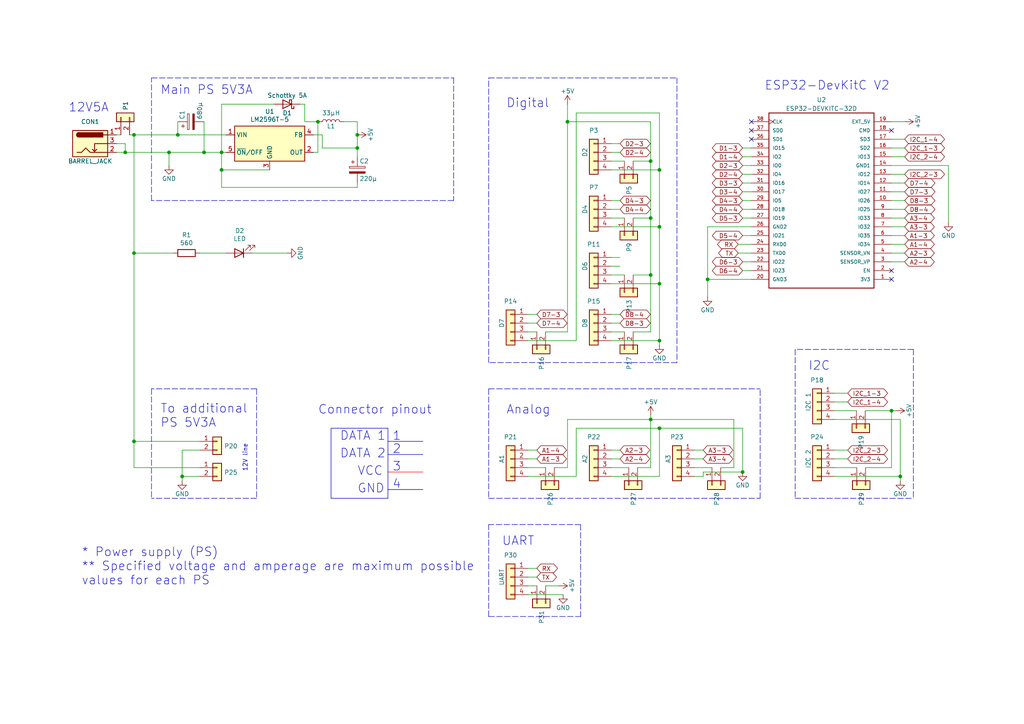
<source format=kicad_sch>
(kicad_sch (version 20211123) (generator eeschema)
  (paper "A4")
  (junction (at 529.59 1.524))
  (junction (at 191.262 82.296))
  (junction (at 191.262 124.206))
  (junction (at 500.38 52.324))
  (junction (at 64.262 44.196))
  (junction (at 36.322 44.196))
  (junction (at 261.112 138.176))
  (junction (at 205.232 81.026))
  (junction (at 191.262 65.786))
  (junction (at 38.862 39.116))
  (junction (at 103.632 39.116))
  (junction (at 188.722 121.666))
  (junction (at 38.862 73.406))
  (junction (at 64.262 49.276))
  (junction (at 531.622 106.172))
  (junction (at 471.17 52.324))
  (junction (at 164.592 35.306))
  (junction (at 529.59 52.324))
  (junction (at 471.17 1.524))
  (junction (at 188.722 46.736))
  (junction (at 191.262 98.806))
  (junction (at 38.862 128.016))
  (junction (at 51.562 39.116))
  (junction (at 258.572 119.126))
  (junction (at 215.392 136.906))
  (junction (at 426.72 112.014))
  (junction (at 59.182 44.196))
  (junction (at 188.722 79.756))
  (junction (at 49.022 44.196))
  (junction (at 191.262 49.276))
  (junction (at 92.202 35.306))
  (junction (at 52.832 138.176))
  (junction (at 500.38 1.524))
  (junction (at 103.632 42.926))
  (junction (at 188.722 63.246))
  (no_connect (at 217.932 40.386))
  (no_connect (at 258.572 81.026))
  (no_connect (at 258.572 78.486))
  (no_connect (at 217.932 37.846))
  (no_connect (at 217.932 35.306))
  (no_connect (at 258.572 37.846))
  (wire (pts (xy 258.572 75.946) (xy 262.382 75.946)))
  (wire (pts (xy 64.262 30.226) (xy 79.502 30.226)))
  (wire (pts (xy 363.22 37.084) (xy 363.22 42.164)))
  (wire (pts (xy 92.202 35.306) (xy 92.202 44.196)))
  (wire (pts (xy 391.16 49.784) (xy 391.16 58.674)))
  (wire (pts (xy 258.572 45.466) (xy 262.382 45.466)))
  (wire (pts (xy 529.59 63.754) (xy 529.59 68.834)))
  (wire (pts (xy 160.782 135.636) (xy 164.592 135.636)))
  (polyline (pts (xy 141.732 112.776) (xy 220.472 112.776)))
  (wire (pts (xy 212.852 121.666) (xy 212.852 135.636)))
  (wire (pts (xy 529.59 43.434) (xy 529.59 52.324)))
  (wire (pts (xy 188.722 46.736) (xy 188.722 63.246)))
  (wire (pts (xy 203.962 130.556) (xy 201.422 130.556)))
  (wire (pts (xy 217.932 78.486) (xy 215.392 78.486)))
  (wire (pts (xy 183.642 96.266) (xy 188.722 96.266)))
  (wire (pts (xy 261.112 139.446) (xy 261.112 138.176)))
  (wire (pts (xy 59.182 35.306) (xy 59.182 44.196)))
  (wire (pts (xy 363.22 9.144) (xy 369.57 9.144)))
  (wire (pts (xy 64.262 44.196) (xy 64.262 49.276)))
  (wire (pts (xy 217.932 75.946) (xy 215.392 75.946)))
  (wire (pts (xy 500.38 -7.366) (xy 500.38 1.524)))
  (wire (pts (xy 191.262 49.276) (xy 191.262 65.786)))
  (wire (pts (xy 258.572 119.126) (xy 259.842 119.126)))
  (wire (pts (xy 529.59 52.324) (xy 529.59 56.134)))
  (polyline (pts (xy 141.732 112.776) (xy 141.732 144.526)))
  (wire (pts (xy 420.37 49.784) (xy 420.37 58.674)))
  (wire (pts (xy 36.322 41.656) (xy 36.322 44.196)))
  (polyline (pts (xy 112.522 128.016) (xy 122.682 128.016)) (stroke (width 0) (type solid)))
  (wire (pts (xy 179.832 44.196) (xy 177.292 44.196)))
  (wire (pts (xy 471.17 37.084) (xy 471.17 40.894)))
  (polyline (pts (xy 43.942 22.606) (xy 131.572 22.606)))
  (polyline (pts (xy 43.942 112.776) (xy 43.942 144.526)))
  (wire (pts (xy 88.392 30.226) (xy 88.392 35.306)))
  (polyline (pts (xy 43.942 58.166) (xy 43.942 22.606)))
  (wire (pts (xy 426.72 125.984) (xy 426.72 120.904)))
  (wire (pts (xy 258.572 65.786) (xy 262.382 65.786)))
  (wire (pts (xy 258.572 68.326) (xy 262.382 68.326)))
  (wire (pts (xy 179.832 93.726) (xy 177.292 93.726)))
  (wire (pts (xy 363.22 61.214) (xy 363.22 68.834)))
  (wire (pts (xy 64.262 44.196) (xy 65.532 44.196)))
  (polyline (pts (xy 452.12 -36.576) (xy 452.12 80.264)))
  (wire (pts (xy 391.16 9.144) (xy 397.51 9.144)))
  (wire (pts (xy 471.17 43.434) (xy 471.17 52.324)))
  (polyline (pts (xy 264.922 101.346) (xy 264.922 144.526)))
  (wire (pts (xy 262.382 35.306) (xy 258.572 35.306)))
  (wire (pts (xy 217.932 55.626) (xy 215.392 55.626)))
  (wire (pts (xy 38.862 39.116) (xy 51.562 39.116)))
  (wire (pts (xy 258.572 58.166) (xy 262.382 58.166)))
  (polyline (pts (xy 220.472 144.526) (xy 220.472 112.776)))
  (wire (pts (xy 529.59 -13.716) (xy 529.59 -9.906)))
  (wire (pts (xy 391.16 -2.286) (xy 391.16 6.604)))
  (wire (pts (xy 188.722 63.246) (xy 188.722 79.756)))
  (polyline (pts (xy 141.732 178.816) (xy 168.402 178.816)))
  (polyline (pts (xy 74.422 112.776) (xy 43.942 112.776)))
  (polyline (pts (xy 411.48 132.334) (xy 452.12 132.334)))
  (wire (pts (xy 258.572 63.246) (xy 262.382 63.246)))
  (polyline (pts (xy 112.522 141.986) (xy 122.682 141.986)) (stroke (width 0) (type solid) (color 0 0 0 1)))
  (wire (pts (xy 531.622 97.282) (xy 531.622 106.172)))
  (wire (pts (xy 38.862 135.636) (xy 57.912 135.636)))
  (polyline (pts (xy 196.342 22.606) (xy 196.342 105.156)))
  (polyline (pts (xy 112.522 136.906) (xy 122.682 136.906)) (stroke (width 0) (type solid) (color 255 0 0 1)))
  (wire (pts (xy 49.022 48.006) (xy 49.022 44.196)))
  (wire (pts (xy 258.572 42.926) (xy 262.382 42.926)))
  (polyline (pts (xy 466.09 80.264) (xy 554.99 80.264)))
  (wire (pts (xy 250.9448 119.126) (xy 258.572 119.126)))
  (wire (pts (xy 167.132 32.766) (xy 191.262 32.766)))
  (wire (pts (xy 188.722 121.666) (xy 188.722 120.396)))
  (wire (pts (xy 177.292 138.176) (xy 191.262 138.176)))
  (wire (pts (xy 258.572 40.386) (xy 262.382 40.386)))
  (wire (pts (xy 51.562 39.116) (xy 65.532 39.116)))
  (polyline (pts (xy 141.732 178.816) (xy 141.732 152.146)))
  (wire (pts (xy 363.728 94.488) (xy 363.728 99.568)))
  (wire (pts (xy 52.832 139.446) (xy 52.832 138.176)))
  (wire (pts (xy 471.17 52.324) (xy 471.17 56.134)))
  (wire (pts (xy 158.2634 169.926) (xy 162.052 169.926)))
  (wire (pts (xy 531.622 90.932) (xy 531.622 94.742)))
  (wire (pts (xy 188.722 121.666) (xy 188.722 135.636)))
  (polyline (pts (xy 96.012 124.206) (xy 96.012 144.526)) (stroke (width 0) (type solid)))
  (polyline (pts (xy 554.99 -36.576) (xy 466.09 -36.576)))
  (wire (pts (xy 258.572 73.406) (xy 262.382 73.406)))
  (polyline (pts (xy 411.48 84.074) (xy 411.48 132.334)))
  (wire (pts (xy 203.962 133.096) (xy 201.422 133.096)))
  (wire (pts (xy 420.37 61.214) (xy 426.72 61.214)))
  (wire (pts (xy 57.912 128.016) (xy 38.862 128.016)))
  (wire (pts (xy 179.832 74.676) (xy 177.292 74.676)))
  (wire (pts (xy 103.632 45.466) (xy 103.632 42.926)))
  (wire (pts (xy 363.22 9.144) (xy 363.22 16.764)))
  (wire (pts (xy 420.37 61.214) (xy 420.37 68.834)))
  (wire (pts (xy 471.17 1.524) (xy 471.17 5.334)))
  (wire (pts (xy 177.292 98.806) (xy 191.262 98.806)))
  (wire (pts (xy 529.59 1.524) (xy 546.1 1.524)))
  (wire (pts (xy 426.72 113.284) (xy 426.72 112.014)))
  (wire (pts (xy 183.642 46.736) (xy 188.722 46.736)))
  (wire (pts (xy 391.16 61.214) (xy 391.16 68.834)))
  (wire (pts (xy 529.59 -7.366) (xy 529.59 1.524)))
  (wire (pts (xy 363.22 -14.986) (xy 363.22 -9.906)))
  (wire (pts (xy 33.782 44.196) (xy 36.322 44.196)))
  (wire (pts (xy 93.472 42.926) (xy 103.632 42.926)))
  (wire (pts (xy 59.182 44.196) (xy 64.262 44.196)))
  (wire (pts (xy 188.722 121.666) (xy 212.852 121.666)))
  (wire (pts (xy 500.38 52.324) (xy 516.89 52.324)))
  (polyline (pts (xy 196.342 105.156) (xy 141.732 105.156)))
  (wire (pts (xy 203.962 138.176) (xy 203.962 136.906)))
  (wire (pts (xy 363.22 61.214) (xy 369.57 61.214)))
  (wire (pts (xy 191.262 32.766) (xy 191.262 49.276)))
  (wire (pts (xy 420.37 -14.986) (xy 420.37 -9.906)))
  (wire (pts (xy 155.702 130.556) (xy 153.162 130.556)))
  (polyline (pts (xy 353.06 80.264) (xy 353.06 -36.576)))
  (wire (pts (xy 242.062 119.126) (xy 248.4048 119.126)))
  (wire (pts (xy 155.702 133.096) (xy 153.162 133.096)))
  (wire (pts (xy 471.17 -13.716) (xy 471.17 -9.906)))
  (wire (pts (xy 471.17 52.324) (xy 487.68 52.324)))
  (wire (pts (xy 33.782 39.116) (xy 35.052 39.116)))
  (wire (pts (xy 191.262 98.806) (xy 191.262 100.076)))
  (wire (pts (xy 245.872 133.096) (xy 242.062 133.096)))
  (polyline (pts (xy 230.632 144.526) (xy 264.922 144.526)))
  (polyline (pts (xy 411.48 84.074) (xy 452.12 84.074)))
  (wire (pts (xy 201.422 138.176) (xy 203.962 138.176)))
  (wire (pts (xy 217.932 68.326) (xy 215.392 68.326)))
  (wire (pts (xy 184.912 135.636) (xy 188.722 135.636)))
  (wire (pts (xy 177.292 96.266) (xy 181.102 96.266)))
  (wire (pts (xy 205.232 81.026) (xy 217.932 81.026)))
  (wire (pts (xy 38.862 39.116) (xy 38.862 73.406)))
  (wire (pts (xy 531.622 117.602) (xy 531.622 122.682)))
  (polyline (pts (xy 112.522 131.826) (xy 122.682 131.826)) (stroke (width 0) (type solid)))
  (wire (pts (xy 261.112 138.176) (xy 261.112 121.666)))
  (polyline (pts (xy 452.12 132.334) (xy 452.12 84.074)))
  (wire (pts (xy 242.062 138.176) (xy 261.112 138.176)))
  (wire (pts (xy 92.202 44.196) (xy 90.932 44.196)))
  (wire (pts (xy 500.38 37.084) (xy 500.38 40.894)))
  (wire (pts (xy 177.292 63.246) (xy 181.102 63.246)))
  (wire (pts (xy 531.622 106.172) (xy 548.132 106.172)))
  (polyline (pts (xy 168.402 152.146) (xy 141.732 152.146)))
  (wire (pts (xy 93.472 39.116) (xy 90.932 39.116)))
  (wire (pts (xy 500.38 12.954) (xy 500.38 18.034)))
  (wire (pts (xy 183.642 63.246) (xy 188.722 63.246)))
  (polyline (pts (xy 264.922 101.346) (xy 230.632 101.346)))
  (wire (pts (xy 363.728 118.618) (xy 363.728 126.238)))
  (wire (pts (xy 205.232 81.026) (xy 205.232 86.106)))
  (wire (pts (xy 217.932 50.546) (xy 215.392 50.546)))
  (wire (pts (xy 52.832 138.176) (xy 52.832 130.556)))
  (wire (pts (xy 179.832 60.706) (xy 177.292 60.706)))
  (wire (pts (xy 209.042 135.636) (xy 212.852 135.636)))
  (wire (pts (xy 164.592 35.306) (xy 188.722 35.306)))
  (wire (pts (xy 217.932 58.166) (xy 215.392 58.166)))
  (polyline (pts (xy 74.422 144.526) (xy 43.942 144.526)))
  (wire (pts (xy 153.162 138.176) (xy 167.132 138.176)))
  (wire (pts (xy 167.132 124.206) (xy 191.262 124.206)))
  (wire (pts (xy 217.932 42.926) (xy 215.392 42.926)))
  (wire (pts (xy 73.152 73.406) (xy 83.312 73.406)))
  (wire (pts (xy 201.422 135.636) (xy 206.502 135.636)))
  (wire (pts (xy 471.17 1.524) (xy 487.68 1.524)))
  (wire (pts (xy 215.392 60.706) (xy 217.932 60.706)))
  (wire (pts (xy 420.37 9.144) (xy 420.37 16.764)))
  (wire (pts (xy 258.572 70.866) (xy 262.382 70.866)))
  (wire (pts (xy 217.932 63.246) (xy 215.392 63.246)))
  (wire (pts (xy 258.572 60.706) (xy 262.382 60.706)))
  (polyline (pts (xy 230.632 101.346) (xy 230.632 144.526)))
  (wire (pts (xy 217.932 45.466) (xy 215.392 45.466)))
  (wire (pts (xy 33.782 41.656) (xy 36.322 41.656)))
  (wire (pts (xy 363.22 6.604) (xy 369.57 6.604)))
  (wire (pts (xy 426.72 112.014) (xy 440.69 112.014)))
  (wire (pts (xy 245.872 114.046) (xy 242.062 114.046)))
  (wire (pts (xy 177.292 46.736) (xy 181.102 46.736)))
  (wire (pts (xy 164.592 121.666) (xy 164.592 135.636)))
  (polyline (pts (xy 452.12 80.264) (xy 353.06 80.264)))
  (wire (pts (xy 205.232 65.786) (xy 205.232 81.026)))
  (wire (pts (xy 155.702 91.186) (xy 153.162 91.186)))
  (wire (pts (xy 420.37 9.144) (xy 426.72 9.144)))
  (polyline (pts (xy 141.732 105.156) (xy 141.732 22.606)))
  (wire (pts (xy 391.16 9.144) (xy 391.16 16.764)))
  (wire (pts (xy 177.292 79.756) (xy 181.102 79.756)))
  (wire (pts (xy 64.262 30.226) (xy 64.262 44.196)))
  (polyline (pts (xy 141.732 144.526) (xy 220.472 144.526)))
  (wire (pts (xy 242.062 135.636) (xy 248.5109 135.636)))
  (wire (pts (xy 87.122 30.226) (xy 88.392 30.226)))
  (wire (pts (xy 191.262 65.786) (xy 191.262 82.296)))
  (wire (pts (xy 153.162 96.266) (xy 155.702 96.266)))
  (wire (pts (xy 217.932 73.406) (xy 214.122 73.406)))
  (wire (pts (xy 251.0509 135.636) (xy 258.572 135.636)))
  (wire (pts (xy 500.38 -13.716) (xy 500.38 -9.906)))
  (wire (pts (xy 529.59 12.954) (xy 529.59 18.034)))
  (wire (pts (xy 179.832 58.166) (xy 177.292 58.166)))
  (wire (pts (xy 179.832 133.096) (xy 177.292 133.096)))
  (wire (pts (xy 420.37 -2.286) (xy 420.37 6.604)))
  (wire (pts (xy 215.392 124.206) (xy 215.392 136.906)))
  (wire (pts (xy 103.632 39.116) (xy 103.632 42.926)))
  (wire (pts (xy 52.832 138.176) (xy 57.912 138.176)))
  (wire (pts (xy 363.22 49.784) (xy 363.22 58.674)))
  (wire (pts (xy 88.392 35.306) (xy 92.202 35.306)))
  (wire (pts (xy 188.722 35.306) (xy 188.722 46.736)))
  (wire (pts (xy 500.38 52.324) (xy 500.38 56.134)))
  (wire (pts (xy 103.632 35.306) (xy 99.822 35.306)))
  (wire (pts (xy 215.392 48.006) (xy 217.932 48.006)))
  (polyline (pts (xy 466.09 -36.576) (xy 466.09 80.264)))
  (wire (pts (xy 177.292 65.786) (xy 191.262 65.786)))
  (wire (pts (xy 363.728 118.618) (xy 370.078 118.618)))
  (wire (pts (xy 37.592 39.116) (xy 38.862 39.116)))
  (wire (pts (xy 155.702 93.726) (xy 153.162 93.726)))
  (wire (pts (xy 391.16 6.604) (xy 397.51 6.604)))
  (wire (pts (xy 258.572 55.626) (xy 262.382 55.626)))
  (wire (pts (xy 164.592 121.666) (xy 188.722 121.666)))
  (wire (pts (xy 529.59 52.324) (xy 546.1 52.324)))
  (wire (pts (xy 258.572 50.546) (xy 262.382 50.546)))
  (polyline (pts (xy 131.572 22.606) (xy 131.572 58.166)))
  (wire (pts (xy 258.572 119.126) (xy 258.572 135.636)))
  (wire (pts (xy 191.262 124.206) (xy 215.392 124.206)))
  (wire (pts (xy 64.262 54.356) (xy 103.632 54.356)))
  (wire (pts (xy 363.728 107.188) (xy 363.728 116.078)))
  (wire (pts (xy 167.132 124.206) (xy 167.132 138.176)))
  (wire (pts (xy 242.062 130.556) (xy 245.872 130.556)))
  (wire (pts (xy 153.162 98.806) (xy 167.132 98.806)))
  (polyline (pts (xy 168.402 152.146) (xy 168.402 178.816)))
  (wire (pts (xy 38.862 73.406) (xy 38.862 128.016)))
  (wire (pts (xy 153.162 164.846) (xy 155.702 164.846)))
  (wire (pts (xy 391.16 -14.986) (xy 391.16 -9.906)))
  (wire (pts (xy 153.162 167.386) (xy 155.702 167.386)))
  (polyline (pts (xy 112.522 124.206) (xy 96.012 124.206)) (stroke (width 0) (type solid)))
  (wire (pts (xy 191.262 82.296) (xy 191.262 98.806)))
  (wire (pts (xy 217.932 65.786) (xy 205.232 65.786)))
  (wire (pts (xy 529.59 1.524) (xy 529.59 5.334)))
  (wire (pts (xy 177.292 135.636) (xy 182.372 135.636)))
  (wire (pts (xy 242.062 121.666) (xy 261.112 121.666)))
  (wire (pts (xy 164.592 30.226) (xy 164.592 35.306)))
  (wire (pts (xy 153.162 172.466) (xy 163.322 172.466)))
  (wire (pts (xy 363.728 116.078) (xy 370.078 116.078)))
  (wire (pts (xy 420.37 58.674) (xy 426.72 58.674)))
  (wire (pts (xy 500.38 1.524) (xy 516.89 1.524)))
  (polyline (pts (xy 112.522 144.526) (xy 112.522 124.206)) (stroke (width 0) (type solid)))
  (wire (pts (xy 179.832 77.216) (xy 177.292 77.216)))
  (wire (pts (xy 275.082 48.006) (xy 258.572 48.006)))
  (wire (pts (xy 191.262 124.206) (xy 191.262 138.176)))
  (wire (pts (xy 177.292 82.296) (xy 191.262 82.296)))
  (wire (pts (xy 363.22 58.674) (xy 369.57 58.674)))
  (wire (pts (xy 57.912 73.406) (xy 65.532 73.406)))
  (wire (pts (xy 183.642 79.756) (xy 188.722 79.756)))
  (wire (pts (xy 420.37 37.084) (xy 420.37 42.164)))
  (wire (pts (xy 179.832 130.556) (xy 177.292 130.556)))
  (wire (pts (xy 179.832 41.656) (xy 177.292 41.656)))
  (wire (pts (xy 64.262 49.276) (xy 64.262 54.356)))
  (wire (pts (xy 64.262 49.276) (xy 78.232 49.276)))
  (wire (pts (xy 179.832 91.186) (xy 177.292 91.186)))
  (wire (pts (xy 391.16 37.084) (xy 391.16 42.164)))
  (wire (pts (xy 51.562 35.306) (xy 51.562 39.116)))
  (wire (pts (xy 420.37 6.604) (xy 426.72 6.604)))
  (polyline (pts (xy 131.572 58.166) (xy 43.942 58.166)))
  (wire (pts (xy 426.72 101.854) (xy 426.72 96.774)))
  (wire (pts (xy 103.632 54.356) (xy 103.632 53.086)))
  (wire (pts (xy 158.242 96.266) (xy 164.592 96.266)))
  (polyline (pts (xy 353.06 -36.576) (xy 452.12 -36.576)))
  (polyline (pts (xy 96.012 144.526) (xy 112.522 144.526)) (stroke (width 0) (type solid)))
  (polyline (pts (xy 74.422 112.776) (xy 74.422 144.526)))
  (wire (pts (xy 500.38 63.754) (xy 500.38 68.834)))
  (wire (pts (xy 153.162 169.926) (xy 155.7234 169.926)))
  (wire (pts (xy 52.832 130.556) (xy 57.912 130.556)))
  (wire (pts (xy 177.292 49.276) (xy 191.262 49.276)))
  (wire (pts (xy 426.72 112.014) (xy 426.72 109.474)))
  (wire (pts (xy 203.962 136.906) (xy 215.392 136.906)))
  (wire (pts (xy 93.472 39.116) (xy 93.472 42.926)))
  (polyline (pts (xy 554.99 80.264) (xy 554.99 -36.576)))
  (wire (pts (xy 188.722 79.756) (xy 188.722 96.266)))
  (wire (pts (xy 103.632 35.306) (xy 103.632 39.116)))
  (wire (pts (xy 529.59 37.084) (xy 529.59 40.894)))
  (wire (pts (xy 500.38 1.524) (xy 500.38 5.334)))
  (wire (pts (xy 217.932 53.086) (xy 215.392 53.086)))
  (polyline (pts (xy 141.732 22.606) (xy 196.342 22.606)))
  (wire (pts (xy 363.22 -2.286) (xy 363.22 6.604)))
  (wire (pts (xy 153.162 135.636) (xy 158.242 135.636)))
  (wire (pts (xy 164.592 35.306) (xy 164.592 96.266)))
  (wire (pts (xy 471.17 12.954) (xy 471.17 18.034)))
  (wire (pts (xy 531.622 106.172) (xy 531.622 109.982)))
  (wire (pts (xy 38.862 128.016) (xy 38.862 135.636)))
  (wire (pts (xy 471.17 -7.366) (xy 471.17 1.524)))
  (wire (pts (xy 275.082 64.516) (xy 275.082 48.006)))
  (wire (pts (xy 258.572 53.086) (xy 262.382 53.086)))
  (wire (pts (xy 471.17 63.754) (xy 471.17 68.834)))
  (wire (pts (xy 167.132 32.766) (xy 167.132 98.806)))
  (wire (pts (xy 49.022 44.196) (xy 59.182 44.196)))
  (wire (pts (xy 245.872 116.586) (xy 242.062 116.586)))
  (wire (pts (xy 217.932 70.866) (xy 214.122 70.866)))
  (wire (pts (xy 38.862 73.406) (xy 50.292 73.406)))
  (wire (pts (xy 36.322 44.196) (xy 49.022 44.196)))
  (wire (pts (xy 500.38 43.434) (xy 500.38 52.324)))
  (text "Main PS 5V3A" (at 46.482 27.686 0) (effects (font (size 2.54 2.54)) (justify left bottom)))
  (text "GND" (at 103.632 143.256 0) (effects (font (size 2.54 2.54)) (justify left bottom)))
  (text "Connector pinout" (at 92.202 120.396 0) (effects (font (size 2.54 2.54)) (justify left bottom)))
  (text "* Power supply (PS)\n** Specified voltage and amperage are maximum possible\nvalues for each PS " (at 23.622 169.926 0) (effects (font (size 2.54 2.54)) (justify left bottom)))
  (text "4" (at 113.792 141.986 0) (effects (font (size 2.54 2.54)) (justify left bottom)))
  (text "12V line" (at 71.882 136.906 90) (effects (font (size 1.27 1.27)) (justify left bottom)))
  (text "DATA 2  " (at 98.552 133.096 0) (effects (font (size 2.54 2.54)) (justify left bottom)))
  (text "2" (at 113.792 131.826 0) (effects (font (size 2.54 2.54)) (justify left bottom)))
  (text "1" (at 113.792 128.016 0) (effects (font (size 2.54 2.54)) (justify left bottom)))
  (text "12V5A" (at 19.812 32.766 0) (effects (font (size 2.54 2.54)) (justify left bottom)))
  (text "UART" (at 145.542 158.496 0) (effects (font (size 2.54 2.54)) (justify left bottom)))
  (text "3" (at 113.792 136.906 0) (effects (font (size 2.54 2.54)) (justify left bottom)))
  (text "ESP32-DevKitC V2" (at 221.742 26.416 0) (effects (font (size 2.54 2.54)) (justify left bottom)))
  (text "DATA 1\n" (at 98.552 128.016 0) (effects (font (size 2.54 2.54)) (justify left bottom)))
  (text "IR LED array" (at 361.95 -27.686 0) (effects (font (size 2.54 2.54)) (justify left bottom)))
  (text "Digital" (at 146.812 31.496 0) (effects (font (size 2.54 2.54)) (justify left bottom)))
  (text "IR phototransistor array" (at 469.9 -28.956 0) (effects (font (size 2.54 2.54)) (justify left bottom)))
  (text "Analog" (at 146.812 120.396 0) (effects (font (size 2.54 2.54)) (justify left bottom)))
  (text "To additional\nPS 5V3A" (at 46.482 124.206 0) (effects (font (size 2.54 2.54)) (justify left bottom)))
  (text "3.3V supply line" (at 415.29 89.154 0) (effects (font (size 2.54 2.54)) (justify left bottom)))
  (text "I2C" (at 234.442 107.696 0) (effects (font (size 2.54 2.54)) (justify left bottom)))
  (text "VCC" (at 103.632 138.176 0) (effects (font (size 2.54 2.54)) (justify left bottom)))
  (global_label "D4-3" (shape bidirectional) (at 179.832 58.166 0) (property "Intersheet References" "${INTERSHEET_REFS}" (effects hide)))
  (global_label "D1-4" (shape bidirectional) (at 215.392 45.466 180) (property "Intersheet References" "${INTERSHEET_REFS}" (effects hide)))
  (global_label "TX" (shape bidirectional) (at 155.702 167.386 0) (property "Intersheet References" "${INTERSHEET_REFS}" (effects hide)))
  (global_label "I2C_2-4" (shape bidirectional) (at 245.872 133.096 0) (property "Intersheet References" "${INTERSHEET_REFS}" (effects hide)))
  (global_label "A3-3" (shape bidirectional) (at 262.382 65.786 0) (property "Intersheet References" "${INTERSHEET_REFS}" (effects hide)))
  (global_label "RX" (shape bidirectional) (at 155.702 164.846 0) (property "Intersheet References" "${INTERSHEET_REFS}" (effects hide)))
  (global_label "D5-3" (shape bidirectional) (at 215.392 63.246 180) (property "Intersheet References" "${INTERSHEET_REFS}" (effects hide)))
  (global_label "RX" (shape bidirectional) (at 214.122 70.866 180) (property "Intersheet References" "${INTERSHEET_REFS}" (effects hide)))
  (global_label "D1-4" (shape bidirectional) (at 516.89 1.524 0) (property "Intersheet References" "${INTERSHEET_REFS}" (effects hide)))
  (global_label "I2C_1-3" (shape bidirectional) (at 262.382 42.926 0) (property "Intersheet References" "${INTERSHEET_REFS}" (effects hide)))
  (global_label "A2-4" (shape bidirectional) (at 179.832 133.096 0) (property "Intersheet References" "${INTERSHEET_REFS}" (effects hide)))
  (global_label "A2-3" (shape bidirectional) (at 179.832 130.556 0) (property "Intersheet References" "${INTERSHEET_REFS}" (effects hide)))
  (global_label "I2C_2-3" (shape bidirectional) (at 262.382 50.546 0) (property "Intersheet References" "${INTERSHEET_REFS}" (effects hide)))
  (global_label "A2-4" (shape bidirectional) (at 262.382 75.946 0) (property "Intersheet References" "${INTERSHEET_REFS}" (effects hide)))
  (global_label "D7-4" (shape bidirectional) (at 155.702 93.726 0) (property "Intersheet References" "${INTERSHEET_REFS}" (effects hide)))
  (global_label "D3-4" (shape bidirectional) (at 487.68 52.324 0) (property "Intersheet References" "${INTERSHEET_REFS}" (effects hide)))
  (global_label "D7-4" (shape bidirectional) (at 262.382 53.086 0) (property "Intersheet References" "${INTERSHEET_REFS}" (effects hide)))
  (global_label "A1-3" (shape bidirectional) (at 262.382 68.326 0) (property "Intersheet References" "${INTERSHEET_REFS}" (effects hide)))
  (global_label "D5-4" (shape bidirectional) (at 546.1 52.324 0) (property "Intersheet References" "${INTERSHEET_REFS}" (effects hide)))
  (global_label "D8-4" (shape bidirectional) (at 262.382 60.706 0) (property "Intersheet References" "${INTERSHEET_REFS}" (effects hide)))
  (global_label "TX" (shape bidirectional) (at 214.122 73.406 180) (property "Intersheet References" "${INTERSHEET_REFS}" (effects hide)))
  (global_label "D3-3" (shape bidirectional) (at 548.132 106.172 0) (property "Intersheet References" "${INTERSHEET_REFS}" (effects hide)))
  (global_label "D4-4" (shape bidirectional) (at 179.832 60.706 0) (property "Intersheet References" "${INTERSHEET_REFS}" (effects hide)))
  (global_label "I2C_1-4" (shape bidirectional) (at 245.872 116.586 0) (property "Intersheet References" "${INTERSHEET_REFS}" (effects hide)))
  (global_label "I2C_1-3" (shape bidirectional) (at 245.872 114.046 0) (property "Intersheet References" "${INTERSHEET_REFS}" (effects hide)))
  (global_label "D1-3" (shape bidirectional) (at 215.392 42.926 180) (property "Intersheet References" "${INTERSHEET_REFS}" (effects hide)))
  (global_label "D6-3" (shape bidirectional) (at 215.392 75.946 180) (property "Intersheet References" "${INTERSHEET_REFS}" (effects hide)))
  (global_label "I2C_2-4" (shape bidirectional) (at 262.382 45.466 0) (property "Intersheet References" "${INTERSHEET_REFS}" (effects hide)))
  (global_label "D8-3" (shape bidirectional) (at 262.382 58.166 0) (property "Intersheet References" "${INTERSHEET_REFS}" (effects hide)))
  (global_label "I2C_1-4" (shape bidirectional) (at 262.382 40.386 0) (property "Intersheet References" "${INTERSHEET_REFS}" (effects hide)))
  (global_label "A1-4" (shape bidirectional) (at 262.382 70.866 0) (property "Intersheet References" "${INTERSHEET_REFS}" (effects hide)))
  (global_label "A3-4" (shape bidirectional) (at 203.962 133.096 0) (property "Intersheet References" "${INTERSHEET_REFS}" (effects hide)))
  (global_label "A2-3" (shape bidirectional) (at 262.382 73.406 0) (property "Intersheet References" "${INTERSHEET_REFS}" (effects hide)))
  (global_label "D3-3" (shape bidirectional) (at 215.392 53.086 180) (property "Intersheet References" "${INTERSHEET_REFS}" (effects hide)))
  (global_label "D8-4" (shape bidirectional) (at 179.832 91.186 0) (property "Intersheet References" "${INTERSHEET_REFS}" (effects hide)))
  (global_label "D4-3" (shape bidirectional) (at 215.392 58.166 180) (property "Intersheet References" "${INTERSHEET_REFS}" (effects hide)))
  (global_label "D7-3" (shape bidirectional) (at 155.702 91.186 0) (property "Intersheet References" "${INTERSHEET_REFS}" (effects hide)))
  (global_label "D2-4" (shape bidirectional) (at 179.832 44.196 0) (property "Intersheet References" "${INTERSHEET_REFS}" (effects hide)))
  (global_label "D3-4" (shape bidirectional) (at 215.392 55.626 180) (property "Intersheet References" "${INTERSHEET_REFS}" (effects hide)))
  (global_label "D1-3" (shape bidirectional) (at 487.68 1.524 0) (property "Intersheet References" "${INTERSHEET_REFS}" (effects hide)))
  (global_label "D8-3" (shape bidirectional) (at 179.832 93.726 0) (property "Intersheet References" "${INTERSHEET_REFS}" (effects hide)))
  (global_label "D2-3" (shape bidirectional) (at 215.392 48.006 180) (property "Intersheet References" "${INTERSHEET_REFS}" (effects hide)))
  (global_label "D6-4" (shape bidirectional) (at 215.392 78.486 180) (property "Intersheet References" "${INTERSHEET_REFS}" (effects hide)))
  (global_label "D7-3" (shape bidirectional) (at 262.382 55.626 0) (property "Intersheet References" "${INTERSHEET_REFS}" (effects hide)))
  (global_label "A1-3" (shape bidirectional) (at 155.702 133.096 0) (property "Intersheet References" "${INTERSHEET_REFS}" (effects hide)))
  (global_label "A3-3" (shape bidirectional) (at 203.962 130.556 0) (property "Intersheet References" "${INTERSHEET_REFS}" (effects hide)))
  (global_label "A3-4" (shape bidirectional) (at 262.382 63.246 0) (property "Intersheet References" "${INTERSHEET_REFS}" (effects hide)))
  (global_label "D2-4" (shape bidirectional) (at 215.392 50.546 180) (property "Intersheet References" "${INTERSHEET_REFS}" (effects hide)))
  (global_label "I2C_2-3" (shape bidirectional) (at 245.872 130.556 0) (property "Intersheet References" "${INTERSHEET_REFS}" (effects hide)))
  (global_label "D3-3" (shape bidirectional) (at 546.1 1.524 0) (property "Intersheet References" "${INTERSHEET_REFS}" (effects hide)))
  (global_label "A1-4" (shape bidirectional) (at 155.702 130.556 0) (property "Intersheet References" "${INTERSHEET_REFS}" (effects hide)))
  (global_label "D2-3" (shape bidirectional) (at 179.832 41.656 0) (property "Intersheet References" "${INTERSHEET_REFS}" (effects hide)))
  (global_label "D5-3" (shape bidirectional) (at 516.89 52.324 0) (property "Intersheet References" "${INTERSHEET_REFS}" (effects hide)))
  (global_label "D4-4" (shape bidirectional) (at 215.392 60.706 180) (property "Intersheet References" "${INTERSHEET_REFS}" (effects hide)))
  (global_label "D5-4" (shape bidirectional) (at 215.392 68.326 180) (property "Intersheet References" "${INTERSHEET_REFS}" (effects hide)))
  (symbol (lib_id "Connector_Generic:Conn_01x04") (at 172.212 133.096 0) (mirror y) (unit 1)
    (property "Reference" "P22" (at 172.212 126.746 0))
    (property "Value" "A2" (at 169.672 133.096 90))
    (property "Footprint" "Connector_JST:JST_XH_B04B-XH-A_04x2.50mm_Straight" (effects hide))
  )
  (symbol (lib_id "Connector_Generic:Conn_01x02") (at 476.25 40.894 0) (unit 1)
    (property "Reference" "J?" (at 478.282 41.0972 0) (effects (justify left)))
    (property "Value" "Conn_01x02" (at 478.282 43.4086 0) (effects (justify left)))
    (property "Footprint" "Connector_JST:JST_XH_B2B-XH-A_1x02_P2.50mm_Vertical" (effects hide))
  )
  (symbol (lib_id "Connector_Generic:Conn_01x02") (at 375.158 116.078 0) (unit 1)
    (property "Reference" "J?" (at 377.19 116.2812 0) (effects (justify left)))
    (property "Value" "Conn_01x02" (at 377.19 118.5926 0) (effects (justify left)))
    (property "Footprint" "Connector_JST:JST_XH_B2B-XH-A_1x02_P2.50mm_Vertical" (effects hide))
  )
  (symbol (lib_id "beehive-rescue:CP-Device") (at 55.372 35.306 90) (unit 1)
    (property "Reference" "C1" (at 52.832 34.671 0) (effects (justify left)))
    (property "Value" "680µ" (at 57.912 34.671 0) (effects (justify left)))
    (property "Footprint" "Capacitor_THT:C_Radial_D10_L21_P5" (effects hide))
  )
  (symbol (lib_id "Device:R") (at 363.728 103.378 0) (unit 1)
    (property "Reference" "R?" (at 365.506 102.2096 0) (effects (justify left)))
    (property "Value" "47" (at 365.506 104.521 0) (effects (justify left)))
    (property "Footprint" "Resistor_THT:R_Box_L13.0mm_W4.0mm_P9.00mm" (effects hide))
  )
  (symbol (lib_id "power:GND") (at 420.37 16.764 0) (unit 1)
    (property "Reference" "#PWR?" (effects hide))
    (property "Value" "GND" (at 420.497 21.1582 0))
  )
  (symbol (lib_id "Device:R") (at 471.17 59.944 0) (unit 1)
    (property "Reference" "R?" (at 472.948 58.7756 0) (effects (justify left)))
    (property "Value" "10k" (at 472.948 61.087 0) (effects (justify left)))
    (property "Footprint" "Resistor_THT:R_Box_L13.0mm_W4.0mm_P9.00mm" (effects hide))
  )
  (symbol (lib_id "Device:R") (at 500.38 59.944 0) (unit 1)
    (property "Reference" "R?" (at 502.158 58.7756 0) (effects (justify left)))
    (property "Value" "10k" (at 502.158 61.087 0) (effects (justify left)))
    (property "Footprint" "Resistor_THT:R_Box_L13.0mm_W4.0mm_P9.00mm" (effects hide))
  )
  (symbol (lib_id "ir_sensor-rescue:+3.3V-power") (at 529.59 -13.716 0) (unit 1)
    (property "Reference" "#PWR?" (effects hide))
    (property "Value" "+3.3V" (at 529.971 -18.1102 0))
  )
  (symbol (lib_id "Connector_Generic:Conn_01x02") (at 248.4048 124.206 90) (mirror x) (unit 1)
    (property "Reference" "P19" (at 249.7764 126.238 0) (effects (justify left)))
    (property "Value" "Conn_01x02" (effects hide))
    (property "Footprint" "Connector_JST:JST_XH_B2B-XH-A_1x02_P2.50mm_Vertical" (effects hide))
  )
  (symbol (lib_id "power:GND") (at 471.17 18.034 0) (unit 1)
    (property "Reference" "#PWR?" (effects hide))
    (property "Value" "GND" (at 471.297 22.4282 0))
  )
  (symbol (lib_id "power:GND") (at 363.22 68.834 0) (unit 1)
    (property "Reference" "#PWR?" (effects hide))
    (property "Value" "GND" (at 363.347 73.2282 0))
  )
  (symbol (lib_id "Connector_Generic:Conn_01x04") (at 236.982 116.586 0) (mirror y) (unit 1)
    (property "Reference" "P18" (at 236.982 110.236 0))
    (property "Value" "I2C 1" (at 234.442 116.586 90))
    (property "Footprint" "Connector_JST:JST_XH_B04B-XH-A_04x2.50mm_Straight" (effects hide))
  )
  (symbol (lib_id "ir_sensor-rescue:+3.3V-power") (at 500.38 -13.716 0) (unit 1)
    (property "Reference" "#PWR?" (effects hide))
    (property "Value" "+3.3V" (at 500.761 -18.1102 0))
  )
  (symbol (lib_id "power:GND") (at 471.17 68.834 0) (unit 1)
    (property "Reference" "#PWR?" (effects hide))
    (property "Value" "GND" (at 471.297 73.2282 0))
  )
  (symbol (lib_id "power:+5V") (at 363.22 -14.986 0) (unit 1)
    (property "Reference" "#PWR?" (effects hide))
    (property "Value" "+5V" (at 363.601 -19.3802 0))
  )
  (symbol (lib_id "Device:R") (at 471.17 9.144 0) (unit 1)
    (property "Reference" "R?" (at 472.948 7.9756 0) (effects (justify left)))
    (property "Value" "10k" (at 472.948 10.287 0) (effects (justify left)))
    (property "Footprint" "Resistor_THT:R_Box_L13.0mm_W4.0mm_P9.00mm" (effects hide))
  )
  (symbol (lib_id "power:GND") (at 391.16 68.834 0) (unit 1)
    (property "Reference" "#PWR?" (effects hide))
    (property "Value" "GND" (at 391.287 73.2282 0))
  )
  (symbol (lib_id "Connector_Generic:Conn_01x02") (at 158.242 140.716 90) (mirror x) (unit 1)
    (property "Reference" "P26" (at 159.6136 142.748 0) (effects (justify left)))
    (property "Value" "Conn_01x02" (effects hide))
    (property "Footprint" "Connector_JST:JST_XH_B2B-XH-A_1x02_P2.50mm_Vertical" (effects hide))
  )
  (symbol (lib_id "Connector_Generic:Conn_01x02") (at 62.992 128.016 0) (unit 1)
    (property "Reference" "P20" (at 65.024 129.3876 0) (effects (justify left)))
    (property "Value" "Conn_01x02" (effects hide))
    (property "Footprint" "Connector_JST:JST_XH_B2B-XH-A_1x02_P2.50mm_Vertical" (effects hide))
  )
  (symbol (lib_id "Connector_Generic:Conn_01x02") (at 181.102 68.326 90) (mirror x) (unit 1)
    (property "Reference" "P9" (at 182.4736 70.358 0) (effects (justify left)))
    (property "Value" "Conn_01x02" (effects hide))
    (property "Footprint" "Connector_JST:JST_XH_B2B-XH-A_1x02_P2.50mm_Vertical" (effects hide))
  )
  (symbol (lib_id "Connector_Generic:Conn_01x02") (at 534.67 40.894 0) (unit 1)
    (property "Reference" "J?" (at 536.702 41.0972 0) (effects (justify left)))
    (property "Value" "Conn_01x02" (at 536.702 43.4086 0) (effects (justify left)))
    (property "Footprint" "Connector_JST:JST_XH_B2B-XH-A_1x02_P2.50mm_Vertical" (effects hide))
  )
  (symbol (lib_id "Device:R") (at 54.102 73.406 270) (unit 1)
    (property "Reference" "R1" (at 54.102 68.1482 90))
    (property "Value" "560" (at 54.102 70.4596 90))
    (property "Footprint" "Resistor_THT:R_Box_L13.0mm_W4.0mm_P9.00mm" (effects hide))
  )
  (symbol (lib_id "Device:R") (at 363.22 45.974 0) (unit 1)
    (property "Reference" "R?" (at 364.998 44.8056 0) (effects (justify left)))
    (property "Value" "47" (at 364.998 47.117 0) (effects (justify left)))
    (property "Footprint" "Resistor_THT:R_Box_L13.0mm_W4.0mm_P9.00mm" (effects hide))
  )
  (symbol (lib_id "Connector_Generic:Conn_01x02") (at 248.5109 140.716 90) (mirror x) (unit 1)
    (property "Reference" "P29" (at 249.8825 142.748 0) (effects (justify left)))
    (property "Value" "Conn_01x02" (effects hide))
    (property "Footprint" "Connector_JST:JST_XH_B2B-XH-A_1x02_P2.50mm_Vertical" (effects hide))
  )
  (symbol (lib_id "Connector_Generic:Conn_01x04") (at 172.212 93.726 0) (mirror y) (unit 1)
    (property "Reference" "P15" (at 172.212 87.376 0))
    (property "Value" "D8" (at 169.672 93.726 90))
    (property "Footprint" "Connector_JST:JST_XH_B04B-XH-A_04x2.50mm_Straight" (effects hide))
  )
  (symbol (lib_id "Connector_Generic:Conn_01x04") (at 148.082 133.096 0) (mirror y) (unit 1)
    (property "Reference" "P21" (at 148.082 126.746 0))
    (property "Value" "A1" (at 145.542 133.096 90))
    (property "Footprint" "Connector_JST:JST_XH_B04B-XH-A_04x2.50mm_Straight" (effects hide))
  )
  (symbol (lib_id "power:+5V") (at 420.37 -14.986 0) (unit 1)
    (property "Reference" "#PWR?" (effects hide))
    (property "Value" "+5V" (at 420.751 -19.3802 0))
  )
  (symbol (lib_id "power:GND") (at 191.262 100.076 0) (unit 1)
    (property "Reference" "#PWR08" (effects hide))
    (property "Value" "GND" (at 191.262 103.886 0))
  )
  (symbol (lib_id "Device:R") (at 420.37 -6.096 0) (unit 1)
    (property "Reference" "R?" (at 422.148 -7.2644 0) (effects (justify left)))
    (property "Value" "47" (at 422.148 -4.953 0) (effects (justify left)))
    (property "Footprint" "Resistor_THT:R_Box_L13.0mm_W4.0mm_P9.00mm" (effects hide))
  )
  (symbol (lib_id "power:GND") (at 215.392 136.906 0) (unit 1)
    (property "Reference" "#PWR011" (effects hide))
    (property "Value" "GND" (at 215.392 140.716 0))
  )
  (symbol (lib_id "beehive-rescue:ESP32-DEVKITC-32D-ESP32-DEVKITC-32D") (at 238.252 58.166 180) (unit 1)
    (property "Reference" "U2" (at 238.252 28.956 0))
    (property "Value" "ESP32-DEVKITC-32D" (at 238.252 31.496 0))
    (property "Footprint" "footprints:MODULE_ESP32-DEVKITC-32D" (effects hide))
    (property "Datasheet" "4" (effects hide))
    (property "Поле4" "Espressif Systems" (effects hide))
  )
  (symbol (lib_id "Device:LED") (at 69.342 73.406 180) (unit 1)
    (property "Reference" "D2" (at 69.5198 66.929 0))
    (property "Value" "LED" (at 69.5198 69.2404 0))
    (property "Footprint" "LED_THT:LED_D3.0mm" (effects hide))
  )
  (symbol (lib_id "Connector:Barrel_Jack_Switch") (at 26.162 41.656 0) (unit 1)
    (property "Reference" "CON1" (at 26.162 35.306 0))
    (property "Value" "BARREL_JACK" (at 26.162 46.736 0))
    (property "Footprint" "Connector_BarrelJack:BarrelJack_Horizontal" (effects hide))
  )
  (symbol (lib_id "Device:L") (at 96.012 35.306 90) (unit 1)
    (property "Reference" "L1" (at 96.012 36.576 90))
    (property "Value" "33µH" (at 96.012 32.766 90))
    (property "Footprint" "Inductor_THT:Neosid_Inductor_MA-Bs75" (effects hide))
  )
  (symbol (lib_id "ir_sensor-rescue:+3.3V-power") (at 531.622 90.932 0) (unit 1)
    (property "Reference" "#PWR?" (effects hide))
    (property "Value" "+3.3V" (at 532.003 86.5378 0))
  )
  (symbol (lib_id "power:+5V") (at 103.632 39.116 270) (unit 1)
    (property "Reference" "#PWR03" (effects hide))
    (property "Value" "+5V" (at 107.442 39.116 0))
  )
  (symbol (lib_id "Device:R") (at 391.16 -6.096 0) (unit 1)
    (property "Reference" "R?" (at 392.938 -7.2644 0) (effects (justify left)))
    (property "Value" "47" (at 392.938 -4.953 0) (effects (justify left)))
    (property "Footprint" "Resistor_THT:R_Box_L13.0mm_W4.0mm_P9.00mm" (effects hide))
  )
  (symbol (lib_id "Connector_Generic:Conn_01x02") (at 534.67 -9.906 0) (unit 1)
    (property "Reference" "J?" (at 536.702 -9.7028 0) (effects (justify left)))
    (property "Value" "Conn_01x02" (at 536.702 -7.3914 0) (effects (justify left)))
    (property "Footprint" "Connector_JST:JST_XH_B2B-XH-A_1x02_P2.50mm_Vertical" (effects hide))
  )
  (symbol (lib_id "Device:R") (at 420.37 45.974 0) (unit 1)
    (property "Reference" "R?" (at 422.148 44.8056 0) (effects (justify left)))
    (property "Value" "47" (at 422.148 47.117 0) (effects (justify left)))
    (property "Footprint" "Resistor_THT:R_Box_L13.0mm_W4.0mm_P9.00mm" (effects hide))
  )
  (symbol (lib_id "power:+5V") (at 363.22 37.084 0) (unit 1)
    (property "Reference" "#PWR?" (effects hide))
    (property "Value" "+5V" (at 363.601 32.6898 0))
  )
  (symbol (lib_id "ir_sensor-rescue:+3.3V-power") (at 471.17 37.084 0) (unit 1)
    (property "Reference" "#PWR?" (effects hide))
    (property "Value" "+3.3V" (at 471.551 32.6898 0))
  )
  (symbol (lib_id "Connector_Generic:Conn_01x02") (at 536.702 94.742 0) (unit 1)
    (property "Reference" "J?" (at 538.734 94.9452 0) (effects (justify left)))
    (property "Value" "Conn_01x02" (at 538.734 97.2566 0) (effects (justify left)))
    (property "Footprint" "Connector_JST:JST_XH_B2B-XH-A_1x02_P2.50mm_Vertical" (effects hide))
  )
  (symbol (lib_id "power:+5V") (at 162.052 169.926 270) (unit 1)
    (property "Reference" "#PWR014" (effects hide))
    (property "Value" "+5V" (at 165.862 169.926 0))
  )
  (symbol (lib_id "Device:R") (at 391.16 45.974 180) (unit 1)
    (property "Reference" "R?" (at 394.97 44.704 0) (effects (justify left)))
    (property "Value" "47" (at 394.97 47.244 0) (effects (justify left)))
    (property "Footprint" "Resistor_THT:R_Box_L13.0mm_W4.0mm_P9.00mm" (effects hide))
  )
  (symbol (lib_id "Connector_Generic:Conn_01x02") (at 155.702 101.346 90) (mirror x) (unit 1)
    (property "Reference" "P16" (at 157.0736 103.378 0) (effects (justify left)))
    (property "Value" "Conn_01x02" (effects hide))
    (property "Footprint" "Connector_JST:JST_XH_B2B-XH-A_1x02_P2.50mm_Vertical" (effects hide))
  )
  (symbol (lib_id "power:+5V") (at 164.592 30.226 0) (unit 1)
    (property "Reference" "#PWR01" (effects hide))
    (property "Value" "+5V" (at 164.592 26.416 0))
  )
  (symbol (lib_id "Device:R") (at 529.59 9.144 0) (unit 1)
    (property "Reference" "R?" (at 531.368 7.9756 0) (effects (justify left)))
    (property "Value" "10k" (at 531.368 10.287 0) (effects (justify left)))
    (property "Footprint" "Resistor_THT:R_Box_L13.0mm_W4.0mm_P9.00mm" (effects hide))
  )
  (symbol (lib_id "ir_sensor-rescue:+3.3V-power") (at 500.38 37.084 0) (unit 1)
    (property "Reference" "#PWR?" (effects hide))
    (property "Value" "+3.3V" (at 500.761 32.6898 0))
  )
  (symbol (lib_id "power:+5V") (at 262.382 35.306 270) (unit 1)
    (property "Reference" "#PWR02" (effects hide))
    (property "Value" "+5V" (at 266.192 35.306 0))
  )
  (symbol (lib_id "power:GND") (at 83.312 73.406 90) (unit 1)
    (property "Reference" "#PWR06" (effects hide))
    (property "Value" "GND" (at 87.122 73.406 0))
  )
  (symbol (lib_id "Connector_Generic:Conn_01x04") (at 172.212 77.216 0) (mirror y) (unit 1)
    (property "Reference" "P11" (at 172.212 70.866 0))
    (property "Value" "D6" (at 169.672 77.216 90))
    (property "Footprint" "Connector_JST:JST_XH_B04B-XH-A_04x2.50mm_Straight" (effects hide))
  )
  (symbol (lib_id "Device:D_Schottky") (at 83.312 30.226 180) (unit 1)
    (property "Reference" "D1" (at 83.312 32.766 0))
    (property "Value" "Schottky 5A" (at 83.312 27.686 0))
    (property "Footprint" "Diode_THT:Diode_DO-201AD_Horizontal_RM15" (effects hide))
  )
  (symbol (lib_id "power:GND") (at 275.082 64.516 0) (mirror y) (unit 1)
    (property "Reference" "#PWR05" (effects hide))
    (property "Value" "GND" (at 275.082 68.326 0))
  )
  (symbol (lib_id "Connector_Generic:Conn_01x04") (at 148.082 167.386 0) (mirror y) (unit 1)
    (property "Reference" "P30" (at 148.082 161.036 0))
    (property "Value" "UART" (at 145.542 167.386 90))
    (property "Footprint" "Connector_JST:JST_XH_B04B-XH-A_04x2.50mm_Straight" (effects hide))
  )
  (symbol (lib_id "Connector_Generic:Conn_01x02") (at 181.102 51.816 90) (mirror x) (unit 1)
    (property "Reference" "P5" (at 182.4736 53.848 0) (effects (justify left)))
    (property "Value" "Conn_01x02" (effects hide))
    (property "Footprint" "Connector_JST:JST_XH_B2B-XH-A_1x02_P2.50mm_Vertical" (effects hide))
  )
  (symbol (lib_id "power:GND") (at 426.72 125.984 0) (unit 1)
    (property "Reference" "#PWR?" (effects hide))
    (property "Value" "GND" (at 426.847 130.3782 0))
  )
  (symbol (lib_id "Connector_Generic:Conn_01x04") (at 148.082 93.726 0) (mirror y) (unit 1)
    (property "Reference" "P14" (at 148.082 87.376 0))
    (property "Value" "D7" (at 145.542 93.726 90))
    (property "Footprint" "Connector_JST:JST_XH_B04B-XH-A_04x2.50mm_Straight" (effects hide))
  )
  (symbol (lib_id "Connector_Generic:Conn_01x02") (at 374.65 58.674 0) (unit 1)
    (property "Reference" "J?" (at 376.682 58.8772 0) (effects (justify left)))
    (property "Value" "Conn_01x02" (at 376.682 61.1886 0) (effects (justify left)))
    (property "Footprint" "Connector_JST:JST_XH_B2B-XH-A_1x02_P2.50mm_Vertical" (effects hide))
  )
  (symbol (lib_id "power:+5V") (at 391.16 -14.986 0) (unit 1)
    (property "Reference" "#PWR?" (effects hide))
    (property "Value" "+5V" (at 391.541 -19.3802 0))
  )
  (symbol (lib_id "Connector_Generic:Conn_01x04") (at 236.982 133.096 0) (mirror y) (unit 1)
    (property "Reference" "P24" (at 236.982 126.746 0))
    (property "Value" "I2C 2" (at 234.442 133.096 90))
    (property "Footprint" "Connector_JST:JST_XH_B04B-XH-A_04x2.50mm_Straight" (effects hide))
  )
  (symbol (lib_id "power:GND") (at 391.16 16.764 0) (unit 1)
    (property "Reference" "#PWR?" (effects hide))
    (property "Value" "GND" (at 391.287 21.1582 0))
  )
  (symbol (lib_id "Device:R") (at 426.72 117.094 0) (unit 1)
    (property "Reference" "R?" (at 428.498 115.9256 0) (effects (justify left)))
    (property "Value" "1k" (at 428.498 118.237 0) (effects (justify left)))
    (property "Footprint" "Resistor_THT:R_Box_L13.0mm_W4.0mm_P9.00mm" (effects hide))
  )
  (symbol (lib_id "Connector_Generic:Conn_01x02") (at 431.8 6.604 0) (unit 1)
    (property "Reference" "J?" (at 433.832 6.8072 0) (effects (justify left)))
    (property "Value" "Conn_01x02" (at 433.832 9.1186 0) (effects (justify left)))
    (property "Footprint" "Connector_JST:JST_XH_B2B-XH-A_1x02_P2.50mm_Vertical" (effects hide))
  )
  (symbol (lib_id "Connector_Generic:Conn_01x02") (at 62.992 135.636 0) (unit 1)
    (property "Reference" "P25" (at 65.024 137.0076 0) (effects (justify left)))
    (property "Value" "Conn_01x02" (effects hide))
    (property "Footprint" "Connector_JST:JST_XH_B2B-XH-A_1x02_P2.50mm_Vertical" (effects hide))
  )
  (symbol (lib_id "Device:R") (at 529.59 59.944 0) (unit 1)
    (property "Reference" "R?" (at 531.368 58.7756 0) (effects (justify left)))
    (property "Value" "10k" (at 531.368 61.087 0) (effects (justify left)))
    (property "Footprint" "Resistor_THT:R_Box_L13.0mm_W4.0mm_P9.00mm" (effects hide))
  )
  (symbol (lib_id "Connector_Generic:Conn_01x02") (at 505.46 -9.906 0) (unit 1)
    (property "Reference" "J?" (at 507.492 -9.7028 0) (effects (justify left)))
    (property "Value" "Conn_01x02" (at 507.492 -7.3914 0) (effects (justify left)))
    (property "Footprint" "Connector_JST:JST_XH_B2B-XH-A_1x02_P2.50mm_Vertical" (effects hide))
  )
  (symbol (lib_id "power:GND") (at 363.728 126.238 0) (unit 1)
    (property "Reference" "#PWR?" (effects hide))
    (property "Value" "GND" (at 363.855 130.6322 0))
  )
  (symbol (lib_id "Connector_Generic:Conn_01x02") (at 505.46 40.894 0) (unit 1)
    (property "Reference" "J?" (at 507.492 41.0972 0) (effects (justify left)))
    (property "Value" "Conn_01x02" (at 507.492 43.4086 0) (effects (justify left)))
    (property "Footprint" "Connector_JST:JST_XH_B2B-XH-A_1x02_P2.50mm_Vertical" (effects hide))
  )
  (symbol (lib_id "Device:R") (at 426.72 105.664 0) (unit 1)
    (property "Reference" "R?" (at 428.498 104.4956 0) (effects (justify left)))
    (property "Value" "560" (at 428.498 106.807 0) (effects (justify left)))
    (property "Footprint" "Resistor_THT:R_Box_L13.0mm_W4.0mm_P9.00mm" (effects hide))
  )
  (symbol (lib_id "Connector_Generic:Conn_01x02") (at 182.372 140.716 90) (mirror x) (unit 1)
    (property "Reference" "P27" (at 183.7436 142.748 0) (effects (justify left)))
    (property "Value" "Conn_01x02" (effects hide))
    (property "Footprint" "Connector_JST:JST_XH_B2B-XH-A_1x02_P2.50mm_Vertical" (effects hide))
  )
  (symbol (lib_id "Connector_Generic:Conn_01x02") (at 476.25 -9.906 0) (unit 1)
    (property "Reference" "J?" (at 478.282 -9.7028 0) (effects (justify left)))
    (property "Value" "Conn_01x02" (at 478.282 -7.3914 0) (effects (justify left)))
    (property "Footprint" "Connector_JST:JST_XH_B2B-XH-A_1x02_P2.50mm_Vertical" (effects hide))
  )
  (symbol (lib_id "power:GND") (at 529.59 18.034 0) (unit 1)
    (property "Reference" "#PWR?" (effects hide))
    (property "Value" "GND" (at 529.717 22.4282 0))
  )
  (symbol (lib_id "Connector_Generic:Conn_01x02") (at 181.102 101.346 90) (mirror x) (unit 1)
    (property "Reference" "P17" (at 182.4736 103.378 0) (effects (justify left)))
    (property "Value" "Conn_01x02" (effects hide))
    (property "Footprint" "Connector_JST:JST_XH_B2B-XH-A_1x02_P2.50mm_Vertical" (effects hide))
  )
  (symbol (lib_id "Device:R") (at 363.22 -6.096 0) (unit 1)
    (property "Reference" "R?" (at 364.998 -7.2644 0) (effects (justify left)))
    (property "Value" "47" (at 364.998 -4.953 0) (effects (justify left)))
    (property "Footprint" "Resistor_THT:R_Box_L13.0mm_W4.0mm_P9.00mm" (effects hide))
  )
  (symbol (lib_id "Connector_Generic:Conn_01x02") (at 402.59 6.604 0) (unit 1)
    (property "Reference" "J?" (at 404.622 6.8072 0) (effects (justify left)))
    (property "Value" "Conn_01x02" (at 404.622 9.1186 0) (effects (justify left)))
    (property "Footprint" "Connector_JST:JST_XH_B2B-XH-A_1x02_P2.50mm_Vertical" (effects hide))
  )
  (symbol (lib_id "power:+5V") (at 391.16 37.084 0) (unit 1)
    (property "Reference" "#PWR?" (effects hide))
    (property "Value" "+5V" (at 391.541 32.6898 0))
  )
  (symbol (lib_id "power:GND") (at 529.59 68.834 0) (unit 1)
    (property "Reference" "#PWR?" (effects hide))
    (property "Value" "GND" (at 529.717 73.2282 0))
  )
  (symbol (lib_id "power:+5V") (at 188.722 120.396 0) (unit 1)
    (property "Reference" "#PWR010" (effects hide))
    (property "Value" "+5V" (at 188.722 116.586 0))
  )
  (symbol (lib_id "Connector_Generic:Conn_01x02") (at 374.65 6.604 0) (unit 1)
    (property "Reference" "J?" (at 376.682 6.8072 0) (effects (justify left)))
    (property "Value" "Conn_01x02" (at 376.682 9.1186 0) (effects (justify left)))
    (property "Footprint" "Connector_JST:JST_XH_B2B-XH-A_1x02_P2.50mm_Vertical" (effects hide))
  )
  (symbol (lib_id "Device:R") (at 531.622 113.792 0) (unit 1)
    (property "Reference" "R?" (at 533.4 112.6236 0) (effects (justify left)))
    (property "Value" "10k" (at 533.4 114.935 0) (effects (justify left)))
    (property "Footprint" "Resistor_THT:R_Box_L13.0mm_W4.0mm_P9.00mm" (effects hide))
  )
  (symbol (lib_id "power:+5V") (at 426.72 96.774 0) (unit 1)
    (property "Reference" "#PWR?" (effects hide))
    (property "Value" "+5V" (at 427.101 92.3798 0))
  )
  (symbol (lib_id "Regulator_Switching:LM2596T-5") (at 78.232 41.656 0) (unit 1)
    (property "Reference" "U1" (at 78.232 32.3342 0))
    (property "Value" "LM2596T-5" (at 78.232 34.6456 0))
    (property "Footprint" "Package_TO_SOT_THT:TO-220-5_P3.4x3.7mm_StaggerOdd_Lead3.8mm_Vertical" (effects hide))
    (property "Datasheet" "http://www.ti.com/lit/ds/symlink/lm2596.pdf" (effects hide))
  )
  (symbol (lib_id "power:GND") (at 500.38 18.034 0) (unit 1)
    (property "Reference" "#PWR?" (effects hide))
    (property "Value" "GND" (at 500.507 22.4282 0))
  )
  (symbol (lib_id "power:GND") (at 500.38 68.834 0) (unit 1)
    (property "Reference" "#PWR?" (effects hide))
    (property "Value" "GND" (at 500.507 73.2282 0))
  )
  (symbol (lib_id "power:GND") (at 205.232 86.106 0) (unit 1)
    (property "Reference" "#PWR07" (effects hide))
    (property "Value" "GND" (at 205.232 89.916 0))
  )
  (symbol (lib_id "Device:R") (at 500.38 9.144 0) (unit 1)
    (property "Reference" "R?" (at 502.158 7.9756 0) (effects (justify left)))
    (property "Value" "10k" (at 502.158 10.287 0) (effects (justify left)))
    (property "Footprint" "Resistor_THT:R_Box_L13.0mm_W4.0mm_P9.00mm" (effects hide))
  )
  (symbol (lib_id "ir_sensor-rescue:+3.3V-power") (at 529.59 37.084 0) (unit 1)
    (property "Reference" "#PWR?" (effects hide))
    (property "Value" "+3.3V" (at 529.971 32.6898 0))
  )
  (symbol (lib_id "power:+5V") (at 420.37 37.084 0) (unit 1)
    (property "Reference" "#PWR?" (effects hide))
    (property "Value" "+5V" (at 420.751 32.6898 0))
  )
  (symbol (lib_id "Connector_Generic:Conn_01x02") (at 431.8 58.674 0) (unit 1)
    (property "Reference" "J?" (at 433.832 58.8772 0) (effects (justify left)))
    (property "Value" "Conn_01x02" (at 433.832 61.1886 0) (effects (justify left)))
    (property "Footprint" "Connector_JST:JST_XH_B2B-XH-A_1x02_P2.50mm_Vertical" (effects hide))
  )
  (symbol (lib_id "power:GND") (at 49.022 48.006 0) (unit 1)
    (property "Reference" "#PWR04" (effects hide))
    (property "Value" "GND" (at 49.022 51.816 0))
  )
  (symbol (lib_id "Connector_Generic:Conn_01x04") (at 172.212 60.706 0) (mirror y) (unit 1)
    (property "Reference" "P7" (at 172.212 54.356 0))
    (property "Value" "D4" (at 169.672 60.706 90))
    (property "Footprint" "Connector_JST:JST_XH_B04B-XH-A_04x2.50mm_Straight" (effects hide))
  )
  (symbol (lib_id "Connector_Generic:Conn_01x02") (at 396.24 58.674 0) (unit 1)
    (property "Reference" "J?" (at 398.272 58.8772 0) (effects (justify left)))
    (property "Value" "Conn_01x02" (at 398.272 61.1886 0) (effects (justify left)))
    (property "Footprint" "Connector_JST:JST_XH_B2B-XH-A_1x02_P2.50mm_Vertical" (effects hide))
  )
  (symbol (lib_id "power:GND") (at 163.322 172.466 0) (unit 1)
    (property "Reference" "#PWR015" (effects hide))
    (property "Value" "GND" (at 163.322 176.276 0))
  )
  (symbol (lib_id "Connector_Generic:Conn_01x02") (at 155.7234 175.006 90) (mirror x) (unit 1)
    (property "Reference" "P31" (at 157.095 177.038 0) (effects (justify left)))
    (property "Value" "Conn_01x02" (effects hide))
    (property "Footprint" "Connector_JST:JST_XH_B2B-XH-A_1x02_P2.50mm_Vertical" (effects hide))
  )
  (symbol (lib_id "power:GND") (at 420.37 68.834 0) (unit 1)
    (property "Reference" "#PWR?" (effects hide))
    (property "Value" "GND" (at 420.497 73.2282 0))
  )
  (symbol (lib_id "ir_sensor-rescue:+3.3V-power") (at 471.17 -13.716 0) (unit 1)
    (property "Reference" "#PWR?" (effects hide))
    (property "Value" "+3.3V" (at 471.551 -18.1102 0))
  )
  (symbol (lib_id "power:GND") (at 52.832 139.446 0) (unit 1)
    (property "Reference" "#PWR012" (effects hide))
    (property "Value" "GND" (at 52.832 143.256 0))
  )
  (symbol (lib_id "Connector_Generic:Conn_01x04") (at 172.212 44.196 0) (mirror y) (unit 1)
    (property "Reference" "P3" (at 172.212 37.846 0))
    (property "Value" "D2" (at 169.672 44.196 90))
    (property "Footprint" "Connector_JST:JST_XH_B04B-XH-A_04x2.50mm_Straight" (effects hide))
  )
  (symbol (lib_id "Connector_Generic:Conn_01x02") (at 35.052 34.036 90) (unit 1)
    (property "Reference" "P1" (at 36.4236 32.004 0) (effects (justify left)))
    (property "Value" "Conn_01x02" (effects hide))
    (property "Footprint" "Connector_JST:JST_XH_B2B-XH-A_1x02_P2.50mm_Vertical" (effects hide))
  )
  (symbol (lib_id "power:GND") (at 261.112 139.446 0) (unit 1)
    (property "Reference" "#PWR013" (effects hide))
    (property "Value" "GND" (at 261.112 143.256 0))
  )
  (symbol (lib_id "Connector_Generic:Conn_01x02") (at 206.502 140.716 90) (mirror x) (unit 1)
    (property "Reference" "P28" (at 207.8736 142.748 0) (effects (justify left)))
    (property "Value" "Conn_01x02" (effects hide))
    (property "Footprint" "Connector_JST:JST_XH_B2B-XH-A_1x02_P2.50mm_Vertical" (effects hide))
  )
  (symbol (lib_id "Connector_Generic:Conn_01x04") (at 196.342 133.096 0) (mirror y) (unit 1)
    (property "Reference" "P23" (at 196.342 126.746 0))
    (property "Value" "A3" (at 193.802 133.096 90))
    (property "Footprint" "Connector_JST:JST_XH_B04B-XH-A_04x2.50mm_Straight" (effects hide))
  )
  (symbol (lib_id "power:GND") (at 531.622 122.682 0) (unit 1)
    (property "Reference" "#PWR?" (effects hide))
    (property "Value" "GND" (at 531.749 127.0762 0))
  )
  (symbol (lib_id "ir_sensor-rescue:+3.3V-power") (at 440.69 112.014 270) (unit 1)
    (property "Reference" "#PWR?" (effects hide))
    (property "Value" "+3.3V" (at 443.9412 112.395 90) (effects (justify left)))
  )
  (symbol (lib_id "power:GND") (at 363.22 16.764 0) (unit 1)
    (property "Reference" "#PWR?" (effects hide))
    (property "Value" "GND" (at 363.347 21.1582 0))
  )
  (symbol (lib_id "Connector_Generic:Conn_01x02") (at 181.102 84.836 90) (mirror x) (unit 1)
    (property "Reference" "P13" (at 182.4736 86.868 0) (effects (justify left)))
    (property "Value" "Conn_01x02" (effects hide))
    (property "Footprint" "Connector_JST:JST_XH_B2B-XH-A_1x02_P2.50mm_Vertical" (effects hide))
  )
  (symbol (lib_id "beehive-rescue:CP-Device") (at 103.632 49.276 0) (unit 1)
    (property "Reference" "C2" (at 104.267 46.736 0) (effects (justify left)))
    (property "Value" "220µ" (at 104.267 51.816 0) (effects (justify left)))
    (property "Footprint" "Capacitor_THT:C_Radial_D8_L13_P3.8" (effects hide))
  )
  (symbol (lib_id "power:+5V") (at 259.842 119.126 270) (unit 1)
    (property "Reference" "#PWR09" (effects hide))
    (property "Value" "+5V" (at 263.652 119.126 0))
  )
  (symbol (lib_id "power:+5V") (at 363.728 94.488 0) (unit 1)
    (property "Reference" "#PWR?" (effects hide))
    (property "Value" "+5V" (at 364.109 90.0938 0))
  )
)
</source>
